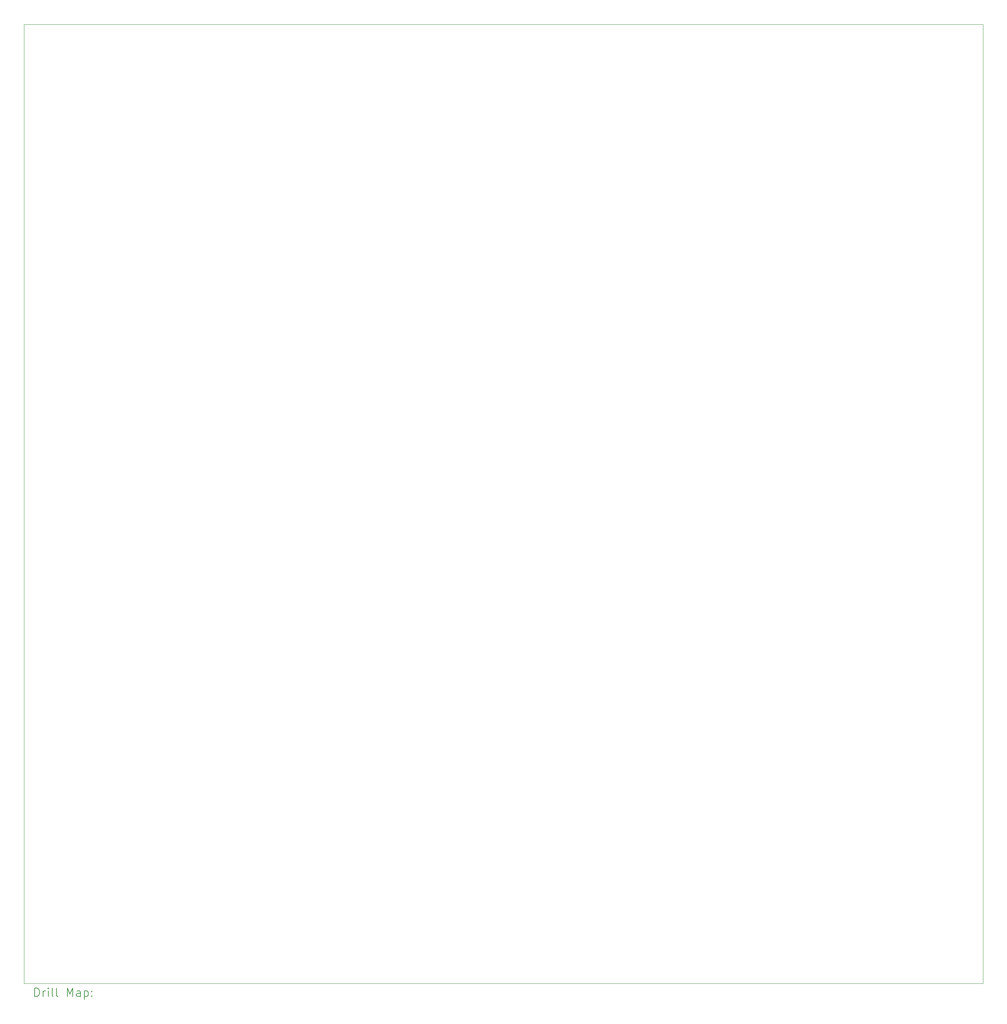
<source format=gbr>
%FSLAX45Y45*%
G04 Gerber Fmt 4.5, Leading zero omitted, Abs format (unit mm)*
G04 Created by KiCad (PCBNEW 5.99.0-unknown-acf13a186~104~ubuntu20.04.1) date 2020-09-23 10:38:48*
%MOMM*%
%LPD*%
G01*
G04 APERTURE LIST*
%TA.AperFunction,Profile*%
%ADD10C,0.050000*%
%TD*%
%ADD11C,0.200000*%
G04 APERTURE END LIST*
D10*
X1500000Y-22000000D02*
X1500000Y1000000D01*
X24500000Y-22000000D02*
X1500000Y-22000000D01*
X24500000Y1000000D02*
X24500000Y-22000000D01*
X1500000Y1000000D02*
X24500000Y1000000D01*
D11*
X1755119Y-22312976D02*
X1755119Y-22112976D01*
X1802738Y-22112976D01*
X1831309Y-22122500D01*
X1850357Y-22141548D01*
X1859881Y-22160595D01*
X1869405Y-22198691D01*
X1869405Y-22227262D01*
X1859881Y-22265357D01*
X1850357Y-22284405D01*
X1831309Y-22303452D01*
X1802738Y-22312976D01*
X1755119Y-22312976D01*
X1955119Y-22312976D02*
X1955119Y-22179643D01*
X1955119Y-22217738D02*
X1964643Y-22198691D01*
X1974166Y-22189167D01*
X1993214Y-22179643D01*
X2012262Y-22179643D01*
X2078928Y-22312976D02*
X2078928Y-22179643D01*
X2078928Y-22112976D02*
X2069405Y-22122500D01*
X2078928Y-22132024D01*
X2088452Y-22122500D01*
X2078928Y-22112976D01*
X2078928Y-22132024D01*
X2202738Y-22312976D02*
X2183690Y-22303452D01*
X2174167Y-22284405D01*
X2174167Y-22112976D01*
X2307500Y-22312976D02*
X2288452Y-22303452D01*
X2278928Y-22284405D01*
X2278928Y-22112976D01*
X2536071Y-22312976D02*
X2536071Y-22112976D01*
X2602738Y-22255833D01*
X2669405Y-22112976D01*
X2669405Y-22312976D01*
X2850357Y-22312976D02*
X2850357Y-22208214D01*
X2840833Y-22189167D01*
X2821786Y-22179643D01*
X2783690Y-22179643D01*
X2764643Y-22189167D01*
X2850357Y-22303452D02*
X2831309Y-22312976D01*
X2783690Y-22312976D01*
X2764643Y-22303452D01*
X2755119Y-22284405D01*
X2755119Y-22265357D01*
X2764643Y-22246310D01*
X2783690Y-22236786D01*
X2831309Y-22236786D01*
X2850357Y-22227262D01*
X2945595Y-22179643D02*
X2945595Y-22379643D01*
X2945595Y-22189167D02*
X2964643Y-22179643D01*
X3002738Y-22179643D01*
X3021786Y-22189167D01*
X3031309Y-22198691D01*
X3040833Y-22217738D01*
X3040833Y-22274881D01*
X3031309Y-22293929D01*
X3021786Y-22303452D01*
X3002738Y-22312976D01*
X2964643Y-22312976D01*
X2945595Y-22303452D01*
X3126547Y-22293929D02*
X3136071Y-22303452D01*
X3126547Y-22312976D01*
X3117024Y-22303452D01*
X3126547Y-22293929D01*
X3126547Y-22312976D01*
X3126547Y-22189167D02*
X3136071Y-22198691D01*
X3126547Y-22208214D01*
X3117024Y-22198691D01*
X3126547Y-22189167D01*
X3126547Y-22208214D01*
M02*

</source>
